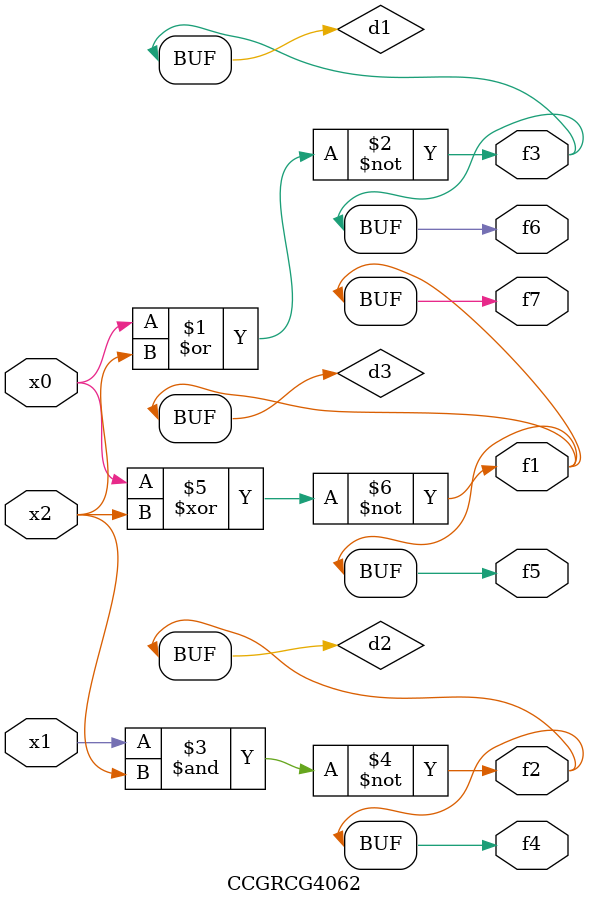
<source format=v>
module CCGRCG4062(
	input x0, x1, x2,
	output f1, f2, f3, f4, f5, f6, f7
);

	wire d1, d2, d3;

	nor (d1, x0, x2);
	nand (d2, x1, x2);
	xnor (d3, x0, x2);
	assign f1 = d3;
	assign f2 = d2;
	assign f3 = d1;
	assign f4 = d2;
	assign f5 = d3;
	assign f6 = d1;
	assign f7 = d3;
endmodule

</source>
